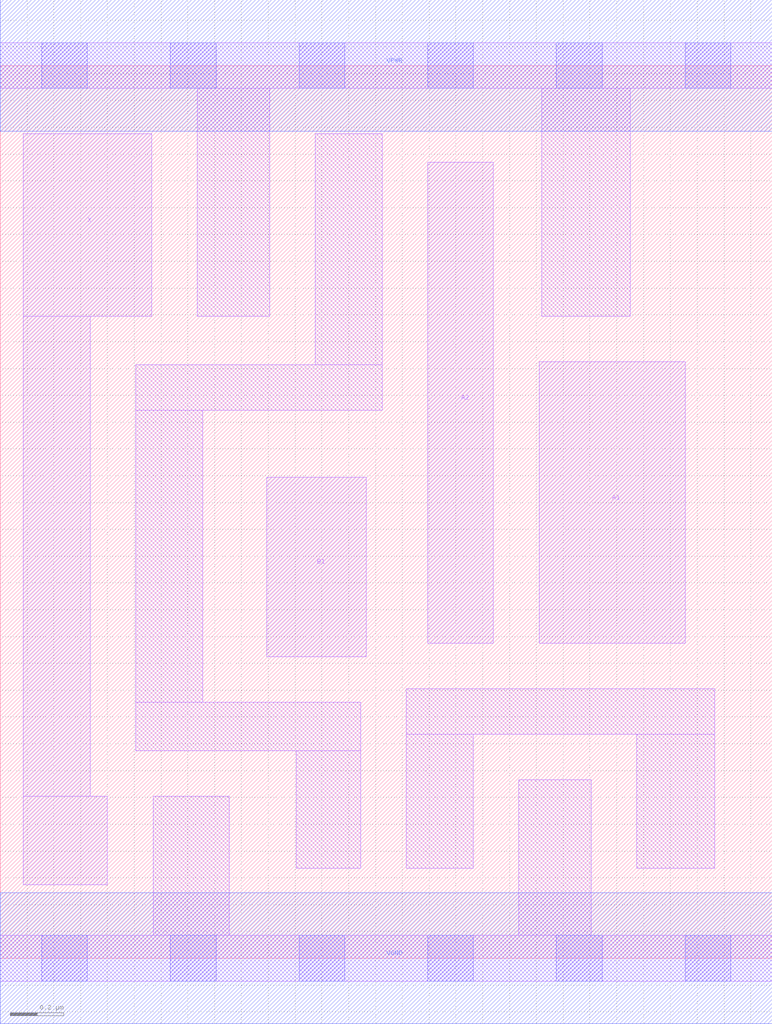
<source format=lef>
# Copyright 2020 The SkyWater PDK Authors
#
# Licensed under the Apache License, Version 2.0 (the "License");
# you may not use this file except in compliance with the License.
# You may obtain a copy of the License at
#
#     https://www.apache.org/licenses/LICENSE-2.0
#
# Unless required by applicable law or agreed to in writing, software
# distributed under the License is distributed on an "AS IS" BASIS,
# WITHOUT WARRANTIES OR CONDITIONS OF ANY KIND, either express or implied.
# See the License for the specific language governing permissions and
# limitations under the License.
#
# SPDX-License-Identifier: Apache-2.0

VERSION 5.7 ;
  NOWIREEXTENSIONATPIN ON ;
  DIVIDERCHAR "/" ;
  BUSBITCHARS "[]" ;
UNITS
  DATABASE MICRONS 200 ;
END UNITS
MACRO sky130_fd_sc_lp__o21a_0
  CLASS CORE ;
  FOREIGN sky130_fd_sc_lp__o21a_0 ;
  ORIGIN  0.000000  0.000000 ;
  SIZE  2.880000 BY  3.330000 ;
  SYMMETRY X Y R90 ;
  SITE unit ;
  PIN A1
    ANTENNAGATEAREA  0.159000 ;
    DIRECTION INPUT ;
    USE SIGNAL ;
    PORT
      LAYER li1 ;
        RECT 2.010000 1.175000 2.555000 2.225000 ;
    END
  END A1
  PIN A2
    ANTENNAGATEAREA  0.159000 ;
    DIRECTION INPUT ;
    USE SIGNAL ;
    PORT
      LAYER li1 ;
        RECT 1.595000 1.175000 1.840000 2.970000 ;
    END
  END A2
  PIN B1
    ANTENNAGATEAREA  0.159000 ;
    DIRECTION INPUT ;
    USE SIGNAL ;
    PORT
      LAYER li1 ;
        RECT 0.995000 1.125000 1.365000 1.795000 ;
    END
  END B1
  PIN X
    ANTENNADIFFAREA  0.280900 ;
    DIRECTION OUTPUT ;
    USE SIGNAL ;
    PORT
      LAYER li1 ;
        RECT 0.085000 0.275000 0.400000 0.605000 ;
        RECT 0.085000 0.605000 0.335000 2.395000 ;
        RECT 0.085000 2.395000 0.565000 3.075000 ;
    END
  END X
  PIN VGND
    DIRECTION INOUT ;
    USE GROUND ;
    PORT
      LAYER met1 ;
        RECT 0.000000 -0.245000 2.880000 0.245000 ;
    END
  END VGND
  PIN VPWR
    DIRECTION INOUT ;
    USE POWER ;
    PORT
      LAYER met1 ;
        RECT 0.000000 3.085000 2.880000 3.575000 ;
    END
  END VPWR
  OBS
    LAYER li1 ;
      RECT 0.000000 -0.085000 2.880000 0.085000 ;
      RECT 0.000000  3.245000 2.880000 3.415000 ;
      RECT 0.505000  0.775000 1.345000 0.955000 ;
      RECT 0.505000  0.955000 0.755000 2.045000 ;
      RECT 0.505000  2.045000 1.425000 2.215000 ;
      RECT 0.570000  0.085000 0.855000 0.605000 ;
      RECT 0.735000  2.395000 1.005000 3.245000 ;
      RECT 1.105000  0.335000 1.345000 0.775000 ;
      RECT 1.175000  2.215000 1.425000 3.075000 ;
      RECT 1.515000  0.335000 1.765000 0.835000 ;
      RECT 1.515000  0.835000 2.665000 1.005000 ;
      RECT 1.935000  0.085000 2.205000 0.665000 ;
      RECT 2.020000  2.395000 2.350000 3.245000 ;
      RECT 2.375000  0.335000 2.665000 0.835000 ;
    LAYER mcon ;
      RECT 0.155000 -0.085000 0.325000 0.085000 ;
      RECT 0.155000  3.245000 0.325000 3.415000 ;
      RECT 0.635000 -0.085000 0.805000 0.085000 ;
      RECT 0.635000  3.245000 0.805000 3.415000 ;
      RECT 1.115000 -0.085000 1.285000 0.085000 ;
      RECT 1.115000  3.245000 1.285000 3.415000 ;
      RECT 1.595000 -0.085000 1.765000 0.085000 ;
      RECT 1.595000  3.245000 1.765000 3.415000 ;
      RECT 2.075000 -0.085000 2.245000 0.085000 ;
      RECT 2.075000  3.245000 2.245000 3.415000 ;
      RECT 2.555000 -0.085000 2.725000 0.085000 ;
      RECT 2.555000  3.245000 2.725000 3.415000 ;
  END
END sky130_fd_sc_lp__o21a_0
END LIBRARY

</source>
